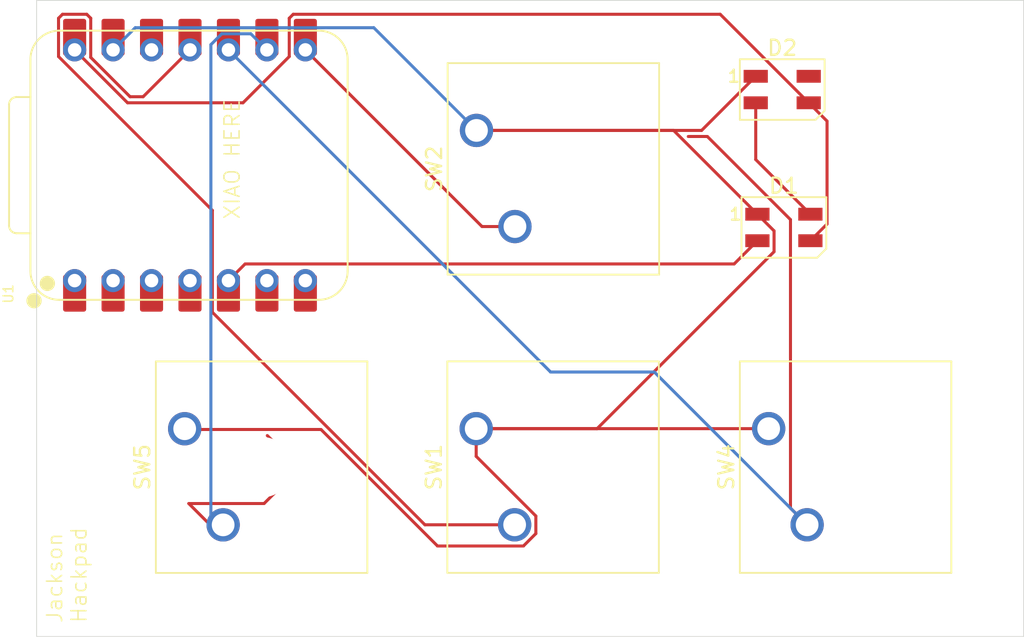
<source format=kicad_pcb>
(kicad_pcb (version 20241229) (generator "pcbnew") (generator_version "9.0")
  (layers (0 "F.Cu" signal) (2 "B.Cu" signal) (13 "F.Paste" user) (15 "B.Paste" user) (5 "F.SilkS" user "F.Silkscreen") (7 "B.SilkS" user "B.Silkscreen") (1 "F.Mask" user) (3 "B.Mask" user) (25 "Edge.Cuts" user))
  (net 0 "")
  (net 1 "Net-(D1-DOUT)")
  (net 2 "GND")
  (net 3 "Net-(D1-DIN)")
  (net 4 "+5V")
  (net 6 "Net-(U1-GPIO3{slash}MOSI)")
  (net 7 "Net-(U1-GPIO1{slash}RX)")
  (net 8 "Net-(U1-GPIO4{slash}MISO)")
  (net 9 "Net-(U1-GPIO2{slash}SCK)")
  (footprint "Button_Switch_Keyboard:SW_Cherry_MX_1.00u_PCB" (layer "F.Cu") (at 91.24 104.72 90)
    (property "Reference" "SW5" (at -2.54 -2.794 90) (layer "F.SilkS"))
    (property "Value" "SW_Push")
    (fp_line (start 4.445 -1.905) (end 4.445 12.065) (stroke (width 0.12)) (layer "F.SilkS"))
    (fp_line (start -9.525 -1.905) (end 4.445 -1.905) (stroke (width 0.12)) (layer "F.SilkS"))
    (fp_line (start 4.445 12.065) (end -9.525 12.065) (stroke (width 0.12)) (layer "F.SilkS"))
    (fp_line (start -9.525 12.065) (end -9.525 -1.905) (stroke (width 0.12)) (layer "F.SilkS"))
    (pad "" np_thru_hole circle (at -7.62 5.08 90) (size 1.7 1.7) (drill 1.7) (layers "*.Cu" "*.Mask"))
    (pad "" np_thru_hole circle (at -2.54 5.08 90) (size 4 4) (drill 4) (layers "*.Cu" "*.Mask"))
    (pad "" np_thru_hole circle (at 2.54 5.08 90) (size 1.7 1.7) (drill 1.7) (layers "*.Cu" "*.Mask"))
    (pad "1" thru_hole circle (at 0 0 90) (size 2.2 2.2) (drill 1.5) (layers "*.Cu" "*.Mask") (net 2 "GND"))
    (pad "2" thru_hole circle (at -6.35 2.54 90) (size 2.2 2.2) (drill 1.5) (layers "*.Cu" "*.Mask") (net 9 "Net-(U1-GPIO2{slash}SCK)"))
  )
  (footprint "Button_Switch_Keyboard:SW_Cherry_MX_1.00u_PCB" (layer "F.Cu") (at 110.495 104.715 90)
    (property "Reference" "SW1" (at -2.54 -2.794 90) (layer "F.SilkS"))
    (property "Value" "SW_Push")
    (fp_line (start 4.445 -1.905) (end 4.445 12.065) (stroke (width 0.12)) (layer "F.SilkS"))
    (fp_line (start -9.525 -1.905) (end 4.445 -1.905) (stroke (width 0.12)) (layer "F.SilkS"))
    (fp_line (start 4.445 12.065) (end -9.525 12.065) (stroke (width 0.12)) (layer "F.SilkS"))
    (fp_line (start -9.525 12.065) (end -9.525 -1.905) (stroke (width 0.12)) (layer "F.SilkS"))
    (pad "" np_thru_hole circle (at -7.62 5.08 90) (size 1.7 1.7) (drill 1.7) (layers "*.Cu" "*.Mask"))
    (pad "" np_thru_hole circle (at -2.54 5.08 90) (size 4 4) (drill 4) (layers "*.Cu" "*.Mask"))
    (pad "" np_thru_hole circle (at 2.54 5.08 90) (size 1.7 1.7) (drill 1.7) (layers "*.Cu" "*.Mask"))
    (pad "1" thru_hole circle (at 0 0 90) (size 2.2 2.2) (drill 1.5) (layers "*.Cu" "*.Mask") (net 2 "GND"))
    (pad "2" thru_hole circle (at -6.35 2.54 90) (size 2.2 2.2) (drill 1.5) (layers "*.Cu" "*.Mask") (net 6 "Net-(U1-GPIO3{slash}MOSI)"))
  )
  (footprint "Button_Switch_Keyboard:SW_Cherry_MX_1.00u_PCB" (layer "F.Cu") (at 129.815 104.715 90)
    (property "Reference" "SW4" (at -2.54 -2.794 90) (layer "F.SilkS"))
    (property "Value" "SW_Push")
    (fp_line (start 4.445 -1.905) (end 4.445 12.065) (stroke (width 0.12)) (layer "F.SilkS"))
    (fp_line (start -9.525 -1.905) (end 4.445 -1.905) (stroke (width 0.12)) (layer "F.SilkS"))
    (fp_line (start 4.445 12.065) (end -9.525 12.065) (stroke (width 0.12)) (layer "F.SilkS"))
    (fp_line (start -9.525 12.065) (end -9.525 -1.905) (stroke (width 0.12)) (layer "F.SilkS"))
    (pad "" np_thru_hole circle (at -7.62 5.08 90) (size 1.7 1.7) (drill 1.7) (layers "*.Cu" "*.Mask"))
    (pad "" np_thru_hole circle (at -2.54 5.08 90) (size 4 4) (drill 4) (layers "*.Cu" "*.Mask"))
    (pad "" np_thru_hole circle (at 2.54 5.08 90) (size 1.7 1.7) (drill 1.7) (layers "*.Cu" "*.Mask"))
    (pad "1" thru_hole circle (at 0 0 90) (size 2.2 2.2) (drill 1.5) (layers "*.Cu" "*.Mask") (net 2 "GND"))
    (pad "2" thru_hole circle (at -6.35 2.54 90) (size 2.2 2.2) (drill 1.5) (layers "*.Cu" "*.Mask") (net 8 "Net-(U1-GPIO4{slash}MISO)"))
  )
  (footprint "LED_SMD:LED_SK6812MINI_PLCC4_3.5x3.5mm_P1.75mm" (layer "F.Cu") (at 130.71 82.315)
    (property "Reference" "D2" (at 0 -2.75 0) (layer "F.SilkS"))
    (property "Value" "SK6812")
    (fp_line (start -2.8 -2) (end -2.8 2) (stroke (width 0.12)) (layer "F.SilkS"))
    (fp_line (start -2.8 -2) (end 2.8 -2) (stroke (width 0.12)) (layer "F.SilkS"))
    (fp_line (start -2.8 2) (end 2.2 2) (stroke (width 0.12)) (layer "F.SilkS"))
    (fp_line (start 2.8 1.4) (end 2.2 2) (stroke (width 0.12)) (layer "F.SilkS"))
    (fp_line (start 2.8 1.4) (end 2.8 -2) (stroke (width 0.12)) (layer "F.SilkS"))
    (fp_text user "1" (at -3.2 -0.875 0) (layer "F.SilkS") (effects (font (size 0.8 0.8))))
    (pad "1" smd rect (at -1.75 -0.875) (size 1.6 0.85) (layers "F.Cu" "F.Mask" "F.Paste") (net 2 "GND"))
    (pad "2" smd rect (at -1.75 0.875) (size 1.6 0.85) (layers "F.Cu" "F.Mask" "F.Paste") (net 1 "Net-(D1-DOUT)"))
    (pad "3" smd rect (at 1.75 0.875) (size 1.6 0.85) (layers "F.Cu" "F.Mask" "F.Paste") (net 4 "+5V"))
    (pad "4" smd rect (at 1.75 -0.875) (size 1.6 0.85) (layers "F.Cu" "F.Mask" "F.Paste"))
  )
  (footprint "OBL Lib:XIAO-RP2040-DIP" (layer "F.Cu") (at 91.59 87.315 90)
    (property "Reference" "U1" (at -8.5 -12 90) (layer "F.SilkS") (effects (font (size 0.635 0.635) (thickness 0.1016))))
    (property "Value" "XIAO-RP2040-DIP")
    (fp_line (start -3.991272 -11.951) (end 4.004 -11.951) (stroke (width 0.127)) (layer "F.SilkS"))
    (fp_line (start 4.504 -11.451) (end 4.504 -10.541) (stroke (width 0.127)) (layer "F.SilkS"))
    (fp_line (start 6.985 -10.541) (end -6.985 -10.541) (stroke (width 0.1)) (layer "F.SilkS"))
    (fp_line (start 6.985 -10.541) (end -6.985 -10.541) (stroke (width 0.127)) (layer "F.SilkS"))
    (fp_line (start -4.495 -10.541) (end -4.491272 -11.451272) (stroke (width 0.127)) (layer "F.SilkS"))
    (fp_line (start 8.89 8.509) (end 8.89 -8.636) (stroke (width 0.127)) (layer "F.SilkS"))
    (fp_line (start -8.89 8.509) (end -8.89 -8.636) (stroke (width 0.127)) (layer "F.SilkS"))
    (fp_line (start -6.985 10.414) (end 6.985 10.414) (stroke (width 0.127)) (layer "F.SilkS"))
    (fp_arc (start 4.004 -11.951) (mid 4.357553 -11.804553) (end 4.504 -11.451) (stroke (width 0.127)) (layer "F.SilkS"))
    (fp_arc (start -4.491272 -11.451272) (mid -4.344728 -11.80464) (end -3.991272 -11.951) (stroke (width 0.127)) (layer "F.SilkS"))
    (fp_arc (start 6.985 -10.541) (mid 8.332038 -9.983038) (end 8.89 -8.636) (stroke (width 0.127)) (layer "F.SilkS"))
    (fp_arc (start -8.89 -8.636) (mid -8.332038 -9.983038) (end -6.985 -10.541) (stroke (width 0.127)) (layer "F.SilkS"))
    (fp_arc (start 8.89 8.509) (mid 8.332038 9.856038) (end 6.985 10.414) (stroke (width 0.127)) (layer "F.SilkS"))
    (fp_arc (start -6.985 10.414) (mid -8.332038 9.856038) (end -8.89 8.509) (stroke (width 0.127)) (layer "F.SilkS"))
    (fp_circle (center -8.95 -10.3) (end -8.95 -10.554) (stroke (width 0.5)) (fill yes) (layer "F.SilkS"))
    (fp_circle (center -7.807 -9.42) (end -7.807 -9.674) (stroke (width 0.5)) (fill yes) (layer "F.SilkS"))
    (pad "1" smd roundrect (at -8.455 -7.62 270) (size 2.432 1.524) (layers "F.Cu" "F.Mask") (roundrect_rratio 0.1))
    (pad "1" thru_hole circle (at -7.62 -7.62 270) (size 1.524 1.524) (drill 0.889) (layers "*.Cu" "*.Mask"))
    (pad "2" smd roundrect (at -8.455 -5.08 270) (size 2.432 1.524) (layers "F.Cu" "F.Mask") (roundrect_rratio 0.1))
    (pad "2" thru_hole circle (at -7.62 -5.08 270) (size 1.524 1.524) (drill 0.889) (layers "*.Cu" "*.Mask"))
    (pad "3" smd roundrect (at -8.455 -2.54 270) (size 2.432 1.524) (layers "F.Cu" "F.Mask") (roundrect_rratio 0.1))
    (pad "3" thru_hole circle (at -7.62 -2.54 270) (size 1.524 1.524) (drill 0.889) (layers "*.Cu" "*.Mask"))
    (pad "4" smd roundrect (at -8.455 0 270) (size 2.432 1.524) (layers "F.Cu" "F.Mask") (roundrect_rratio 0.1))
    (pad "4" thru_hole circle (at -7.62 0 270) (size 1.524 1.524) (drill 0.889) (layers "*.Cu" "*.Mask"))
    (pad "5" smd roundrect (at -8.455 2.54 270) (size 2.432 1.524) (layers "F.Cu" "F.Mask") (roundrect_rratio 0.1) (net 3 "Net-(D1-DIN)"))
    (pad "5" thru_hole circle (at -7.62 2.54 270) (size 1.524 1.524) (drill 0.889) (layers "*.Cu" "*.Mask") (net 3 "Net-(D1-DIN)"))
    (pad "6" smd roundrect (at -8.455 5.08 270) (size 2.432 1.524) (layers "F.Cu" "F.Mask") (roundrect_rratio 0.1))
    (pad "6" thru_hole circle (at -7.62 5.08 270) (size 1.524 1.524) (drill 0.889) (layers "*.Cu" "*.Mask"))
    (pad "7" smd roundrect (at -8.455 7.62 270) (size 2.432 1.524) (layers "F.Cu" "F.Mask") (roundrect_rratio 0.1))
    (pad "7" thru_hole circle (at -7.62 7.62 270) (size 1.524 1.524) (drill 0.889) (layers "*.Cu" "*.Mask"))
    (pad "8" thru_hole circle (at 7.62 7.62 90) (size 1.524 1.524) (drill 0.889) (layers "*.Cu" "*.Mask") (net 7 "Net-(U1-GPIO1{slash}RX)"))
    (pad "8" smd roundrect (at 8.455 7.62 90) (size 2.432 1.524) (layers "F.Cu" "F.Mask") (roundrect_rratio 0.1) (net 7 "Net-(U1-GPIO1{slash}RX)"))
    (pad "9" thru_hole circle (at 7.62 5.08 90) (size 1.524 1.524) (drill 0.889) (layers "*.Cu" "*.Mask") (net 9 "Net-(U1-GPIO2{slash}SCK)"))
    (pad "9" smd roundrect (at 8.455 5.08 90) (size 2.432 1.524) (layers "F.Cu" "F.Mask") (roundrect_rratio 0.1) (net 9 "Net-(U1-GPIO2{slash}SCK)"))
    (pad "10" thru_hole circle (at 7.62 2.54 90) (size 1.524 1.524) (drill 0.889) (layers "*.Cu" "*.Mask") (net 8 "Net-(U1-GPIO4{slash}MISO)"))
    (pad "10" smd roundrect (at 8.455 2.54 90) (size 2.432 1.524) (layers "F.Cu" "F.Mask") (roundrect_rratio 0.1) (net 8 "Net-(U1-GPIO4{slash}MISO)"))
    (pad "11" thru_hole circle (at 7.62 0 90) (size 1.524 1.524) (drill 0.889) (layers "*.Cu" "*.Mask") (net 6 "Net-(U1-GPIO3{slash}MOSI)"))
    (pad "11" smd roundrect (at 8.455 0 90) (size 2.432 1.524) (layers "F.Cu" "F.Mask") (roundrect_rratio 0.1) (net 6 "Net-(U1-GPIO3{slash}MOSI)"))
    (pad "12" thru_hole circle (at 7.62 -2.54 90) (size 1.524 1.524) (drill 0.889) (layers "*.Cu" "*.Mask"))
    (pad "12" smd roundrect (at 8.455 -2.54 90) (size 2.432 1.524) (layers "F.Cu" "F.Mask") (roundrect_rratio 0.1))
    (pad "13" thru_hole circle (at 7.62 -5.08 90) (size 1.524 1.524) (drill 0.889) (layers "*.Cu" "*.Mask") (net 2 "GND"))
    (pad "13" smd roundrect (at 8.455 -5.08 90) (size 2.432 1.524) (layers "F.Cu" "F.Mask") (roundrect_rratio 0.1) (net 2 "GND"))
    (pad "14" thru_hole circle (at 7.62 -7.62 90) (size 1.524 1.524) (drill 0.889) (layers "*.Cu" "*.Mask") (net 4 "+5V"))
    (pad "14" smd roundrect (at 8.455 -7.62 90) (size 2.432 1.524) (layers "F.Cu" "F.Mask") (roundrect_rratio 0.1) (net 4 "+5V"))
  )
  (footprint "Button_Switch_Keyboard:SW_Cherry_MX_1.00u_PCB" (layer "F.Cu") (at 110.515 85.015 90)
    (property "Reference" "SW2" (at -2.54 -2.794 90) (layer "F.SilkS"))
    (property "Value" "SW_Push")
    (fp_line (start 4.445 -1.905) (end 4.445 12.065) (stroke (width 0.12)) (layer "F.SilkS"))
    (fp_line (start -9.525 -1.905) (end 4.445 -1.905) (stroke (width 0.12)) (layer "F.SilkS"))
    (fp_line (start 4.445 12.065) (end -9.525 12.065) (stroke (width 0.12)) (layer "F.SilkS"))
    (fp_line (start -9.525 12.065) (end -9.525 -1.905) (stroke (width 0.12)) (layer "F.SilkS"))
    (pad "" np_thru_hole circle (at -7.62 5.08 90) (size 1.7 1.7) (drill 1.7) (layers "*.Cu" "*.Mask"))
    (pad "" np_thru_hole circle (at -2.54 5.08 90) (size 4 4) (drill 4) (layers "*.Cu" "*.Mask"))
    (pad "" np_thru_hole circle (at 2.54 5.08 90) (size 1.7 1.7) (drill 1.7) (layers "*.Cu" "*.Mask"))
    (pad "1" thru_hole circle (at 0 0 90) (size 2.2 2.2) (drill 1.5) (layers "*.Cu" "*.Mask") (net 2 "GND"))
    (pad "2" thru_hole circle (at -6.35 2.54 90) (size 2.2 2.2) (drill 1.5) (layers "*.Cu" "*.Mask") (net 7 "Net-(U1-GPIO1{slash}RX)"))
  )
  (footprint "LED_SMD:LED_SK6812MINI_PLCC4_3.5x3.5mm_P1.75mm" (layer "F.Cu") (at 130.82 91.425)
    (property "Reference" "D1" (at 0 -2.75 0) (layer "F.SilkS"))
    (property "Value" "SK6812")
    (fp_line (start -2.8 -2) (end -2.8 2) (stroke (width 0.12)) (layer "F.SilkS"))
    (fp_line (start -2.8 -2) (end 2.8 -2) (stroke (width 0.12)) (layer "F.SilkS"))
    (fp_line (start -2.8 2) (end 2.2 2) (stroke (width 0.12)) (layer "F.SilkS"))
    (fp_line (start 2.8 1.4) (end 2.2 2) (stroke (width 0.12)) (layer "F.SilkS"))
    (fp_line (start 2.8 1.4) (end 2.8 -2) (stroke (width 0.12)) (layer "F.SilkS"))
    (fp_text user "1" (at -3.2 -0.875 0) (layer "F.SilkS") (effects (font (size 0.8 0.8))))
    (pad "1" smd rect (at -1.75 -0.875) (size 1.6 0.85) (layers "F.Cu" "F.Mask" "F.Paste") (net 2 "GND"))
    (pad "2" smd rect (at -1.75 0.875) (size 1.6 0.85) (layers "F.Cu" "F.Mask" "F.Paste") (net 3 "Net-(D1-DIN)"))
    (pad "3" smd rect (at 1.75 0.875) (size 1.6 0.85) (layers "F.Cu" "F.Mask" "F.Paste") (net 4 "+5V"))
    (pad "4" smd rect (at 1.75 -0.875) (size 1.6 0.85) (layers "F.Cu" "F.Mask" "F.Paste") (net 1 "Net-(D1-DOUT)"))
  )
  (gr_rect (start 81.46 76.425) (end 146.66 118.445) (stroke (width 0.05)) (fill no) (layer "Edge.Cuts"))
  (gr_text "Jackson \nHackpad" (at 84.845 117.615 90) (layer "F.SilkS") (effects (font (size 1 1) (thickness 0.1)) (justify left bottom)))
  (gr_text "XIAO HERE" (at 94.96 90.96 90) (layer "F.SilkS") (effects (font (size 1 1) (thickness 0.1)) (justify left bottom)))
  (segment (start 128.96 83.19) (end 128.96 86.94) (width 0.2) (layer "F.Cu") (net 1))
  (segment (start 128.96 86.94) (end 132.57 90.55) (width 0.2) (layer "F.Cu") (net 1))
  (segment (start 130.171 91.651) (end 129.07 90.55) (width 0.2) (layer "F.Cu") (net 2))
  (segment (start 90.43 104.77) (end 100.244274 104.77) (width 0.2) (layer "F.Cu") (net 2))
  (segment (start 113.615314 112.466) (end 114.436 111.645314) (width 0.2) (layer "F.Cu") (net 2))
  (segment (start 110.515 85.015) (end 123.535 85.015) (width 0.2) (layer "F.Cu") (net 2))
  (segment (start 123.535 85.015) (end 129.07 90.55) (width 0.2) (layer "F.Cu") (net 2))
  (segment (start 110.495 104.715) (end 129.815 104.715) (width 0.2) (layer "F.Cu") (net 2))
  (segment (start 130.171 93.026) (end 130.171 91.651) (width 0.2) (layer "F.Cu") (net 2))
  (segment (start 107.940274 112.466) (end 113.615314 112.466) (width 0.2) (layer "F.Cu") (net 2))
  (segment (start 110.515 85.015) (end 125.385 85.015) (width 0.2) (layer "F.Cu") (net 2))
  (segment (start 110.495 104.715) (end 118.482 104.715) (width 0.2) (layer "F.Cu") (net 2))
  (segment (start 114.436 110.484686) (end 110.495 106.543686) (width 0.2) (layer "F.Cu") (net 2))
  (segment (start 100.244274 104.77) (end 107.940274 112.466) (width 0.2) (layer "F.Cu") (net 2))
  (segment (start 86.51 79.695) (end 86.51 78.86) (width 0.2) (layer "F.Cu") (net 2))
  (segment (start 118.482 104.715) (end 130.171 93.026) (width 0.2) (layer "F.Cu") (net 2))
  (segment (start 114.436 111.645314) (end 114.436 110.484686) (width 0.2) (layer "F.Cu") (net 2))
  (segment (start 110.495 106.543686) (end 110.495 104.715) (width 0.2) (layer "F.Cu") (net 2))
  (segment (start 125.385 85.015) (end 128.96 81.44) (width 0.2) (layer "F.Cu") (net 2))
  (segment (start 103.731 78.231) (end 110.515 85.015) (width 0.2) (layer "B.Cu") (net 2))
  (segment (start 87.974 78.231) (end 103.731 78.231) (width 0.2) (layer "B.Cu") (net 2))
  (segment (start 86.51 79.695) (end 87.974 78.231) (width 0.2) (layer "B.Cu") (net 2))
  (segment (start 129.07 92.3) (end 127.534 93.836) (width 0.2) (layer "F.Cu") (net 3))
  (segment (start 127.534 93.836) (end 95.229 93.836) (width 0.2) (layer "F.Cu") (net 3))
  (segment (start 95.229 93.836) (end 94.13 94.935) (width 0.2) (layer "F.Cu") (net 3))
  (segment (start 94.13 94.935) (end 94.13 95.77) (width 0.2) (layer "F.Cu") (net 3))
  (segment (start 98.408374 77.343) (end 98.147 77.604374) (width 0.2) (layer "F.Cu") (net 4))
  (segment (start 87.465 83.19) (end 83.97 79.695) (width 0.2) (layer "F.Cu") (net 4))
  (segment (start 98.147 80.13531) (end 95.09231 83.19) (width 0.2) (layer "F.Cu") (net 4))
  (segment (start 83.97 79.695) (end 83.97 78.86) (width 0.2) (layer "F.Cu") (net 4))
  (segment (start 95.09231 83.19) (end 87.465 83.19) (width 0.2) (layer "F.Cu") (net 4))
  (segment (start 133.671 91.199) (end 132.57 92.3) (width 0.2) (layer "F.Cu") (net 4))
  (segment (start 132.46 83.19) (end 126.613 77.343) (width 0.2) (layer "F.Cu") (net 4))
  (segment (start 98.147 77.604374) (end 98.147 80.13531) (width 0.2) (layer "F.Cu") (net 4))
  (segment (start 126.613 77.343) (end 98.408374 77.343) (width 0.2) (layer "F.Cu") (net 4))
  (segment (start 133.671 84.401) (end 133.671 91.199) (width 0.2) (layer "F.Cu") (net 4))
  (segment (start 132.46 83.19) (end 133.671 84.401) (width 0.2) (layer "F.Cu") (net 4))
  (segment (start 88.496 82.789) (end 91.59 79.695) (width 0.2) (layer "F.Cu") (net 6))
  (segment (start 107.106374 111.065) (end 93.067 97.025626) (width 0.2) (layer "F.Cu") (net 6))
  (segment (start 83.168374 77.343) (end 84.771626 77.343) (width 0.2) (layer "F.Cu") (net 6))
  (segment (start 85.033 77.604374) (end 85.033 80.1909) (width 0.2) (layer "F.Cu") (net 6))
  (segment (start 93.067 97.025626) (end 93.067 90.29531) (width 0.2) (layer "F.Cu") (net 6))
  (segment (start 82.907 80.13531) (end 82.907 77.604374) (width 0.2) (layer "F.Cu") (net 6))
  (segment (start 84.771626 77.343) (end 85.033 77.604374) (width 0.2) (layer "F.Cu") (net 6))
  (segment (start 82.907 77.604374) (end 83.168374 77.343) (width 0.2) (layer "F.Cu") (net 6))
  (segment (start 87.6311 82.789) (end 88.496 82.789) (width 0.2) (layer "F.Cu") (net 6))
  (segment (start 93.067 90.29531) (end 82.907 80.13531) (width 0.2) (layer "F.Cu") (net 6))
  (segment (start 91.59 79.695) (end 91.59 78.86) (width 0.2) (layer "F.Cu") (net 6))
  (segment (start 113.035 111.065) (end 107.106374 111.065) (width 0.2) (layer "F.Cu") (net 6))
  (segment (start 85.033 80.1909) (end 87.6311 82.789) (width 0.2) (layer "F.Cu") (net 6))
  (segment (start 99.21 79.695) (end 99.21 78.86) (width 0.2) (layer "F.Cu") (net 7))
  (segment (start 113.055 91.365) (end 110.88 91.365) (width 0.2) (layer "F.Cu") (net 7))
  (segment (start 110.88 91.365) (end 99.21 79.695) (width 0.2) (layer "F.Cu") (net 7))
  (segment (start 132.355 111.065) (end 131.255001 109.965001) (width 0.2) (layer "F.Cu") (net 8))
  (segment (start 131.255001 109.965001) (end 131.255001 90.908001) (width 0.2) (layer "F.Cu") (net 8))
  (segment (start 125.763 85.416) (end 124.5031 85.416) (width 0.2) (layer "F.Cu") (net 8))
  (segment (start 131.255001 90.908001) (end 125.763 85.416) (width 0.2) (layer "F.Cu") (net 8))
  (segment (start 94.13 79.695) (end 94.13 78.86) (width 0.2) (layer "F.Cu") (net 8))
  (segment (start 115.409 100.974) (end 94.13 79.695) (width 0.2) (layer "B.Cu") (net 8))
  (segment (start 132.355 111.065) (end 122.264 100.974) (width 0.2) (layer "B.Cu") (net 8))
  (segment (start 122.264 100.974) (end 115.409 100.974) (width 0.2) (layer "B.Cu") (net 8))
  (segment (start 91.511 109.661) (end 96.483816 109.661) (width 0.2) (layer "F.Cu") (net 9))
  (segment (start 92.97 111.12) (end 91.511 109.661) (width 0.2) (layer "F.Cu") (net 9))
  (segment (start 97.861 106.336184) (end 96.695816 105.171) (width 0.2) (layer "F.Cu") (net 9))
  (segment (start 96.483816 109.661) (end 97.861 108.283816) (width 0.2) (layer "F.Cu") (net 9))
  (segment (start 97.861 108.283816) (end 97.861 106.336184) (width 0.2) (layer "F.Cu") (net 9))
  (segment (start 96.67 79.695) (end 96.67 78.86) (width 0.2) (layer "F.Cu") (net 9))
  (segment (start 92.97 79.35169) (end 93.68969 78.632) (width 0.2) (layer "B.Cu") (net 9))
  (segment (start 95.607 78.632) (end 96.67 79.695) (width 0.2) (layer "B.Cu") (net 9))
  (segment (start 93.68969 78.632) (end 95.607 78.632) (width 0.2) (layer "B.Cu") (net 9))
  (segment (start 92.97 111.12) (end 92.97 79.35169) (width 0.2) (layer "B.Cu") (net 9))
)
</source>
